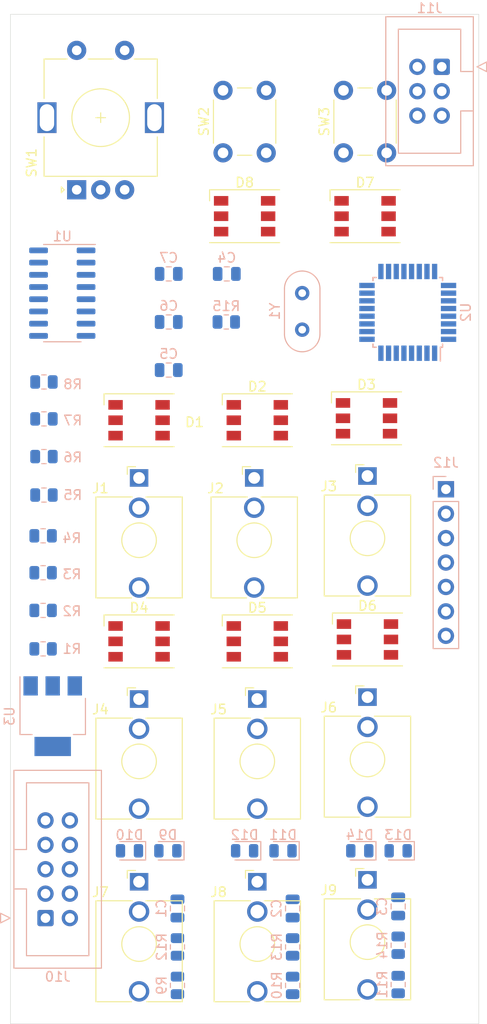
<source format=kicad_pcb>
(kicad_pcb (version 20211014) (generator pcbnew)
  (layers (0 "F.Cu" signal) (31 "B.Cu" signal) (34 "B.Paste" user) (35 "F.Paste" user) (36 "B.SilkS" user "B.Silkscreen") (37 "F.SilkS" user "F.Silkscreen") (38 "B.Mask" user) (39 "F.Mask" user) (44 "Edge.Cuts" user))
  (net 0 "")
  (net 1 "PIXELS")
  (net 2 "GND")
  (net 3 "ENC_1")
  (net 4 "ENC_2")
  (net 5 "SHIFT_CLKIN")
  (net 6 "SHIFT_LOAD")
  (net 7 "SHIFT_CLK")
  (net 8 "ENC_SW")
  (net 9 "5V")
  (net 10 "V{slash}OCT")
  (net 11 "CV1")
  (net 12 "CV2")
  (net 13 "Net-(D1-Pad1)")
  (net 16 "GATE1")
  (net 17 "GATE2")
  (net 18 "GATE3")
  (net 19 "GATE4")
  (net 20 "GATE5")
  (net 21 "GATE6")
  (net 22 "-12V")
  (net 23 "+12V")
  (net 24 "Next")
  (net 25 "Prev")
  (net 26 "NC")
  (net 27 "Net-(J2-PadT)")
  (net 28 "Net-(J3-PadT)")
  (net 29 "OPL_A0")
  (net 30 "MOSI")
  (net 31 "OPL_LATCH")
  (net 32 "OPL_SHIFT")
  (net 33 "OPL_RESET")
  (net 34 "MISO")
  (net 35 "Net-(J1-PadT)")
  (net 36 "Net-(C7-Pad1)")
  (net 39 "Net-(C5-Pad1)")
  (net 40 "Net-(C6-Pad1)")
  (net 47 "RESET")
  (net 48 "Net-(D2-Pad1)")
  (net 50 "Net-(D4-Pad2)")
  (net 52 "Net-(D4-Pad1)")
  (net 54 "Net-(D5-Pad1)")
  (net 56 "Net-(D6-Pad1)")
  (net 58 "Net-(D7-Pad1)")
  (footprint "Connector_Audio:Jack_3.5mm_QingPu_WQP-PJ398SM_Vertical_CircularHoles" (layer "F.Cu") (at 209 71.22)
    (fp_text reference "J2" (at -4.03 1.08 180) (layer "F.SilkS"))
    (fp_text value "AudioJack2")
    (pad "S" thru_hole rect (at 0 0 180) (size 1.93 1.83) (drill 1.22) (layers *.Cu *.Mask) (net 2 "GND"))
    (pad "T" thru_hole circle (at 0 11.4 180) (size 2.13 2.13) (drill 1.43) (layers *.Cu *.Mask) (net 27 "Net-(J2-PadT)"))
    (pad "TN" thru_hole circle (at 0 3.1 180) (size 2.13 2.13) (drill 1.42) (layers *.Cu *.Mask))
  )
  (footprint "Connector_Audio:Jack_3.5mm_QingPu_WQP-PJ398SM_Vertical_CircularHoles" (layer "F.Cu") (at 197 113.22)
    (fp_text reference "J7" (at -4.03 1.08 180) (layer "F.SilkS"))
    (fp_text value "AudioJack2")
    (pad "S" thru_hole rect (at 0 0 180) (size 1.93 1.83) (drill 1.22) (layers *.Cu *.Mask) (net 2 "GND"))
    (pad "T" thru_hole circle (at 0 11.4 180) (size 2.13 2.13) (drill 1.43) (layers *.Cu *.Mask) (net 19 "GATE4"))
    (pad "TN" thru_hole circle (at 0 3.1 180) (size 2.13 2.13) (drill 1.42) (layers *.Cu *.Mask))
  )
  (footprint "Connector_Audio:Jack_3.5mm_QingPu_WQP-PJ398SM_Vertical_CircularHoles" (layer "F.Cu") (at 209.32 94.22)
    (fp_text reference "J5" (at -4.03 1.08 180) (layer "F.SilkS"))
    (fp_text value "AudioJack2")
    (pad "S" thru_hole rect (at 0 0 180) (size 1.93 1.83) (drill 1.22) (layers *.Cu *.Mask) (net 2 "GND"))
    (pad "T" thru_hole circle (at 0 11.4 180) (size 2.13 2.13) (drill 1.43) (layers *.Cu *.Mask) (net 17 "GATE2"))
    (pad "TN" thru_hole circle (at 0 3.1 180) (size 2.13 2.13) (drill 1.42) (layers *.Cu *.Mask))
  )
  (footprint "LED_SMD:LED_WS2812_PLCC6_5.0x5.0mm_P1.6mm" (layer "F.Cu") (at 208 44)
    (fp_text reference "D8" (at 0 -3.5) (layer "F.SilkS"))
    (fp_text value "WS2812")
    (pad "1" smd rect (at -2.45 -1.6) (size 1.5 1) (layers "F.Cu" "F.Paste" "F.Mask"))
    (pad "2" smd rect (at -2.45 0) (size 1.5 1) (layers "F.Cu" "F.Paste" "F.Mask") (net 58 "Net-(D7-Pad1)"))
    (pad "3" smd rect (at -2.45 1.6) (size 1.5 1) (layers "F.Cu" "F.Paste" "F.Mask") (net 9 "5V"))
    (pad "4" smd rect (at 2.45 1.6) (size 1.5 1) (layers "F.Cu" "F.Paste" "F.Mask"))
    (pad "5" smd rect (at 2.45 0) (size 1.5 1) (layers "F.Cu" "F.Paste" "F.Mask") (net 9 "5V"))
    (pad "6" smd rect (at 2.45 -1.6) (size 1.5 1) (layers "F.Cu" "F.Paste" "F.Mask") (net 2 "GND"))
  )
  (footprint "Button_Switch_THT:SW_PUSH_6mm_H5mm" (layer "F.Cu") (at 218.3 37.41 90)
    (fp_text reference "SW3" (at 3.25 -2 90) (layer "F.SilkS"))
    (fp_text value "SW_Push")
    (pad "1" thru_hole circle (at 0 0 180) (size 2 2) (drill 1.1) (layers *.Cu *.Mask) (net 24 "Next"))
    (pad "1" thru_hole circle (at 6.5 0 180) (size 2 2) (drill 1.1) (layers *.Cu *.Mask) (net 24 "Next"))
    (pad "2" thru_hole circle (at 0 4.5 180) (size 2 2) (drill 1.1) (layers *.Cu *.Mask) (net 9 "5V"))
    (pad "2" thru_hole circle (at 6.5 4.5 180) (size 2 2) (drill 1.1) (layers *.Cu *.Mask) (net 9 "5V"))
  )
  (footprint "Connector_Audio:Jack_3.5mm_QingPu_WQP-PJ398SM_Vertical_CircularHoles" (layer "F.Cu") (at 220.8 71.02)
    (fp_text reference "J3" (at -4.03 1.08 180) (layer "F.SilkS"))
    (fp_text value "AudioJack2")
    (pad "S" thru_hole rect (at 0 0 180) (size 1.93 1.83) (drill 1.22) (layers *.Cu *.Mask) (net 2 "GND"))
    (pad "T" thru_hole circle (at 0 11.4 180) (size 2.13 2.13) (drill 1.43) (layers *.Cu *.Mask) (net 28 "Net-(J3-PadT)"))
    (pad "TN" thru_hole circle (at 0 3.1 180) (size 2.13 2.13) (drill 1.42) (layers *.Cu *.Mask))
  )
  (footprint "Rotary_Encoder:RotaryEncoder_Alps_EC11E-Switch_Vertical_H20mm" (layer "F.Cu") (at 190.5 41.25 90)
    (fp_text reference "SW1" (at 2.8 -4.7 90) (layer "F.SilkS"))
    (fp_text value "Encoder")
    (pad "A" thru_hole rect (at 0 0 90) (size 2 2) (drill 1) (layers *.Cu *.Mask) (net 3 "ENC_1"))
    (pad "B" thru_hole circle (at 0 5 90) (size 2 2) (drill 1) (layers *.Cu *.Mask) (net 4 "ENC_2"))
    (pad "C" thru_hole circle (at 0 2.5 90) (size 2 2) (drill 1) (layers *.Cu *.Mask) (net 2 "GND"))
    (pad "MP" thru_hole rect (at 7.5 8.1 90) (size 3.2 2) (drill oval 2.8 1.5) (layers *.Cu *.Mask))
    (pad "MP" thru_hole rect (at 7.5 -3.1 90) (size 3.2 2) (drill oval 2.8 1.5) (layers *.Cu *.Mask))
    (pad "S1" thru_hole circle (at 14.5 5 90) (size 2 2) (drill 1) (layers *.Cu *.Mask) (net 2 "GND"))
    (pad "S2" thru_hole circle (at 14.5 0 90) (size 2 2) (drill 1) (layers *.Cu *.Mask) (net 8 "ENC_SW"))
  )
  (footprint "LED_SMD:LED_WS2812_PLCC6_5.0x5.0mm_P1.6mm" (layer "F.Cu") (at 197 88.22)
    (fp_text reference "D4" (at 0 -3.5) (layer "F.SilkS"))
    (fp_text value "WS2812")
    (pad "1" smd rect (at -2.45 -1.6) (size 1.5 1) (layers "F.Cu" "F.Paste" "F.Mask") (net 52 "Net-(D4-Pad1)"))
    (pad "2" smd rect (at -2.45 0) (size 1.5 1) (layers "F.Cu" "F.Paste" "F.Mask") (net 50 "Net-(D4-Pad2)"))
    (pad "3" smd rect (at -2.45 1.6) (size 1.5 1) (layers "F.Cu" "F.Paste" "F.Mask") (net 9 "5V"))
    (pad "4" smd rect (at 2.45 1.6) (size 1.5 1) (layers "F.Cu" "F.Paste" "F.Mask"))
    (pad "5" smd rect (at 2.45 0) (size 1.5 1) (layers "F.Cu" "F.Paste" "F.Mask") (net 9 "5V"))
    (pad "6" smd rect (at 2.45 -1.6) (size 1.5 1) (layers "F.Cu" "F.Paste" "F.Mask") (net 2 "GND"))
  )
  (footprint "Connector_Audio:Jack_3.5mm_QingPu_WQP-PJ398SM_Vertical_CircularHoles" (layer "F.Cu") (at 209.32 113.22)
    (fp_text reference "J8" (at -4.03 1.08 180) (layer "F.SilkS"))
    (fp_text value "AudioJack2")
    (pad "S" thru_hole rect (at 0 0 180) (size 1.93 1.83) (drill 1.22) (layers *.Cu *.Mask) (net 2 "GND"))
    (pad "T" thru_hole circle (at 0 11.4 180) (size 2.13 2.13) (drill 1.43) (layers *.Cu *.Mask) (net 20 "GATE5"))
    (pad "TN" thru_hole circle (at 0 3.1 180) (size 2.13 2.13) (drill 1.42) (layers *.Cu *.Mask))
  )
  (footprint "LED_SMD:LED_WS2812_PLCC6_5.0x5.0mm_P1.6mm" (layer "F.Cu") (at 209.32 88.22)
    (fp_text reference "D5" (at 0 -3.5) (layer "F.SilkS"))
    (fp_text value "WS2812")
    (pad "1" smd rect (at -2.45 -1.6) (size 1.5 1) (layers "F.Cu" "F.Paste" "F.Mask") (net 54 "Net-(D5-Pad1)"))
    (pad "2" smd rect (at -2.45 0) (size 1.5 1) (layers "F.Cu" "F.Paste" "F.Mask") (net 52 "Net-(D4-Pad1)"))
    (pad "3" smd rect (at -2.45 1.6) (size 1.5 1) (layers "F.Cu" "F.Paste" "F.Mask") (net 9 "5V"))
    (pad "4" smd rect (at 2.45 1.6) (size 1.5 1) (layers "F.Cu" "F.Paste" "F.Mask"))
    (pad "5" smd rect (at 2.45 0) (size 1.5 1) (layers "F.Cu" "F.Paste" "F.Mask") (net 9 "5V"))
    (pad "6" smd rect (at 2.45 -1.6) (size 1.5 1) (layers "F.Cu" "F.Paste" "F.Mask") (net 2 "GND"))
  )
  (footprint "Connector_Audio:Jack_3.5mm_QingPu_WQP-PJ398SM_Vertical_CircularHoles" (layer "F.Cu") (at 197 94.22)
    (fp_text reference "J4" (at -4.03 1.08 180) (layer "F.SilkS"))
    (fp_text value "AudioJack2")
    (pad "S" thru_hole rect (at 0 0 180) (size 1.93 1.83) (drill 1.22) (layers *.Cu *.Mask) (net 2 "GND"))
    (pad "T" thru_hole circle (at 0 11.4 180) (size 2.13 2.13) (drill 1.43) (layers *.Cu *.Mask) (net 16 "GATE1"))
    (pad "TN" thru_hole circle (at 0 3.1 180) (size 2.13 2.13) (drill 1.42) (layers *.Cu *.Mask))
  )
  (footprint "LED_SMD:LED_WS2812_PLCC6_5.0x5.0mm_P1.6mm" (layer "F.Cu") (at 209.32 65.22)
    (fp_text reference "D2" (at 0 -3.5) (layer "F.SilkS"))
    (fp_text value "WS2812")
    (pad "1" smd rect (at -2.45 -1.6) (size 1.5 1) (layers "F.Cu" "F.Paste" "F.Mask") (net 48 "Net-(D2-Pad1)"))
    (pad "2" smd rect (at -2.45 0) (size 1.5 1) (layers "F.Cu" "F.Paste" "F.Mask") (net 13 "Net-(D1-Pad1)"))
    (pad "3" smd rect (at -2.45 1.6) (size 1.5 1) (layers "F.Cu" "F.Paste" "F.Mask") (net 9 "5V"))
    (pad "4" smd rect (at 2.45 1.6) (size 1.5 1) (layers "F.Cu" "F.Paste" "F.Mask"))
    (pad "5" smd rect (at 2.45 0) (size 1.5 1) (layers "F.Cu" "F.Paste" "F.Mask") (net 9 "5V"))
    (pad "6" smd rect (at 2.45 -1.6) (size 1.5 1) (layers "F.Cu" "F.Paste" "F.Mask") (net 2 "GND"))
  )
  (footprint "Connector_Audio:Jack_3.5mm_QingPu_WQP-PJ398SM_Vertical_CircularHoles" (layer "F.Cu") (at 220.8 113.02)
    (fp_text reference "J9" (at -4.03 1.08 180) (layer "F.SilkS"))
    (fp_text value "AudioJack2")
    (pad "S" thru_hole rect (at 0 0 180) (size 1.93 1.83) (drill 1.22) (layers *.Cu *.Mask) (net 2 "GND"))
    (pad "T" thru_hole circle (at 0 11.4 180) (size 2.13 2.13) (drill 1.43) (layers *.Cu *.Mask) (net 21 "GATE6"))
    (pad "TN" thru_hole circle (at 0 3.1 180) (size 2.13 2.13) (drill 1.42) (layers *.Cu *.Mask))
  )
  (footprint "LED_SMD:LED_WS2812_PLCC6_5.0x5.0mm_P1.6mm" (layer "F.Cu") (at 197 65.22)
    (fp_text reference "D1" (at 5.78 0.2) (layer "F.SilkS"))
    (fp_text value "WS2812")
    (pad "1" smd rect (at -2.45 -1.6) (size 1.5 1) (layers "F.Cu" "F.Paste" "F.Mask") (net 13 "Net-(D1-Pad1)"))
    (pad "2" smd rect (at -2.45 0) (size 1.5 1) (layers "F.Cu" "F.Paste" "F.Mask") (net 1 "PIXELS"))
    (pad "3" smd rect (at -2.45 1.6) (size 1.5 1) (layers "F.Cu" "F.Paste" "F.Mask") (net 9 "5V"))
    (pad "4" smd rect (at 2.45 1.6) (size 1.5 1) (layers "F.Cu" "F.Paste" "F.Mask"))
    (pad "5" smd rect (at 2.45 0) (size 1.5 1) (layers "F.Cu" "F.Paste" "F.Mask") (net 9 "5V"))
    (pad "6" smd rect (at 2.45 -1.6) (size 1.5 1) (layers "F.Cu" "F.Paste" "F.Mask") (net 2 "GND"))
  )
  (footprint "LED_SMD:LED_WS2812_PLCC6_5.0x5.0mm_P1.6mm" (layer "F.Cu") (at 220.55 44)
    (fp_text reference "D7" (at 0 -3.5) (layer "F.SilkS"))
    (fp_text value "WS2812")
    (pad "1" smd rect (at -2.45 -1.6) (size 1.5 1) (layers "F.Cu" "F.Paste" "F.Mask") (net 58 "Net-(D7-Pad1)"))
    (pad "2" smd rect (at -2.45 0) (size 1.5 1) (layers "F.Cu" "F.Paste" "F.Mask") (net 56 "Net-(D6-Pad1)"))
    (pad "3" smd rect (at -2.45 1.6) (size 1.5 1) (layers "F.Cu" "F.Paste" "F.Mask") (net 9 "5V"))
    (pad "4" smd rect (at 2.45 1.6) (size 1.5 1) (layers "F.Cu" "F.Paste" "F.Mask"))
    (pad "5" smd rect (at 2.45 0) (size 1.5 1) (layers "F.Cu" "F.Paste" "F.Mask") (net 9 "5V"))
    (pad "6" smd rect (at 2.45 -1.6) (size 1.5 1) (layers "F.Cu" "F.Paste" "F.Mask") (net 2 "GND"))
  )
  (footprint "LED_SMD:LED_WS2812_PLCC6_5.0x5.0mm_P1.6mm" (layer "F.Cu") (at 220.7 65.02)
    (fp_text reference "D3" (at 0 -3.5) (layer "F.SilkS"))
    (fp_text value "WS2812")
    (pad "1" smd rect (at -2.45 -1.6) (size 1.5 1) (layers "F.Cu" "F.Paste" "F.Mask") (net 50 "Net-(D4-Pad2)"))
    (pad "2" smd rect (at -2.45 0) (size 1.5 1) (layers "F.Cu" "F.Paste" "F.Mask") (net 48 "Net-(D2-Pad1)"))
    (pad "3" smd rect (at -2.45 1.6) (size 1.5 1) (layers "F.Cu" "F.Paste" "F.Mask") (net 9 "5V"))
    (pad "4" smd rect (at 2.45 1.6) (size 1.5 1) (layers "F.Cu" "F.Paste" "F.Mask"))
    (pad "5" smd rect (at 2.45 0) (size 1.5 1) (layers "F.Cu" "F.Paste" "F.Mask") (net 9 "5V"))
    (pad "6" smd rect (at 2.45 -1.6) (size 1.5 1) (layers "F.Cu" "F.Paste" "F.Mask") (net 2 "GND"))
  )
  (footprint "LED_SMD:LED_WS2812_PLCC6_5.0x5.0mm_P1.6mm" (layer "F.Cu") (at 220.8 88.02)
    (fp_text reference "D6" (at 0 -3.5) (layer "F.SilkS"))
    (fp_text value "WS2812")
    (pad "1" smd rect (at -2.45 -1.6) (size 1.5 1) (layers "F.Cu" "F.Paste" "F.Mask") (net 56 "Net-(D6-Pad1)"))
    (pad "2" smd rect (at -2.45 0) (size 1.5 1) (layers "F.Cu" "F.Paste" "F.Mask") (net 54 "Net-(D5-Pad1)"))
    (pad "3" smd rect (at -2.45 1.6) (size 1.5 1) (layers "F.Cu" "F.Paste" "F.Mask") (net 9 "5V"))
    (pad "4" smd rect (at 2.45 1.6) (size 1.5 1) (layers "F.Cu" "F.Paste" "F.Mask"))
    (pad "5" smd rect (at 2.45 0) (size 1.5 1) (layers "F.Cu" "F.Paste" "F.Mask") (net 9 "5V"))
    (pad "6" smd rect (at 2.45 -1.6) (size 1.5 1) (layers "F.Cu" "F.Paste" "F.Mask") (net 2 "GND"))
  )
  (footprint "Connector_Audio:Jack_3.5mm_QingPu_WQP-PJ398SM_Vertical_CircularHoles" (layer "F.Cu") (at 197 71.22)
    (fp_text reference "J1" (at -4.03 1.08 180) (layer "F.SilkS"))
    (fp_text value "AudioJack2")
    (pad "S" thru_hole rect (at 0 0 180) (size 1.93 1.83) (drill 1.22) (layers *.Cu *.Mask) (net 2 "GND"))
    (pad "T" thru_hole circle (at 0 11.4 180) (size 2.13 2.13) (drill 1.43) (layers *.Cu *.Mask) (net 35 "Net-(J1-PadT)"))
    (pad "TN" thru_hole circle (at 0 3.1 180) (size 2.13 2.13) (drill 1.42) (layers *.Cu *.Mask))
  )
  (footprint "Button_Switch_THT:SW_PUSH_6mm_H5mm" (layer "F.Cu") (at 205.75 37.41 90)
    (fp_text reference "SW2" (at 3.25 -2 90) (layer "F.SilkS"))
    (fp_text value "SW_Push")
    (pad "1" thru_hole circle (at 6.5 0 180) (size 2 2) (drill 1.1) (layers *.Cu *.Mask) (net 25 "Prev"))
    (pad "1" thru_hole circle (at 0 0 180) (size 2 2) (drill 1.1) (layers *.Cu *.Mask) (net 25 "Prev"))
    (pad "2" thru_hole circle (at 6.5 4.5 180) (size 2 2) (drill 1.1) (layers *.Cu *.Mask) (net 9 "5V"))
    (pad "2" thru_hole circle (at 0 4.5 180) (size 2 2) (drill 1.1) (layers *.Cu *.Mask) (net 9 "5V"))
  )
  (footprint "Connector_Audio:Jack_3.5mm_QingPu_WQP-PJ398SM_Vertical_CircularHoles" (layer "F.Cu") (at 220.8 94.02)
    (fp_text reference "J6" (at -4.03 1.08 180) (layer "F.SilkS"))
    (fp_text value "AudioJack2")
    (pad "S" thru_hole rect (at 0 0 180) (size 1.93 1.83) (drill 1.22) (layers *.Cu *.Mask) (net 2 "GND"))
    (pad "T" thru_hole circle (at 0 11.4 180) (size 2.13 2.13) (drill 1.43) (layers *.Cu *.Mask) (net 18 "GATE3"))
    (pad "TN" thru_hole circle (at 0 3.1 180) (size 2.13 2.13) (drill 1.42) (layers *.Cu *.Mask))
  )
  (footprint "Capacitor_SMD:C_0805_2012Metric" (layer "B.Cu") (at 200.0875 50 180)
    (fp_text reference "C7" (at 0 1.68) (layer "B.SilkS") (effects (justify mirror)))
    (fp_text value "100nF")
    (pad "1" smd roundrect (at -0.95 0 180) (size 1 1.45) (layers "B.Cu" "B.Paste" "B.Mask") (net 36 "Net-(C7-Pad1)"))
    (pad "2" smd roundrect (at 0.95 0 180) (size 1 1.45) (layers "B.Cu" "B.Paste" "B.Mask") (net 47 "RESET"))
  )
  (footprint "Diode_SMD:D_0805_2012Metric" (layer "B.Cu") (at 200 110 180)
    (fp_text reference "D9" (at 0 1.65) (layer "B.SilkS") (effects (justify mirror)))
    (fp_text value "BAT43")
    (pad "1" smd roundrect (at -0.9375 0 180) (size 0.975 1.4) (layers "B.Cu" "B.Paste" "B.Mask") (net 9 "5V"))
    (pad "2" smd roundrect (at 0.9375 0 180) (size 0.975 1.4) (layers "B.Cu" "B.Paste" "B.Mask") (net 10 "V{slash}OCT"))
  )
  (footprint "Resistor_SMD:R_0805_2012Metric" (layer "B.Cu") (at 224 123.9125 -90)
    (fp_text reference "R11" (at 0 1.65 90) (layer "B.SilkS") (effects (justify mirror)))
    (fp_text value "10k")
    (pad "1" smd roundrect (at -0.9125 0 270) (size 1.025 1.4) (layers "B.Cu" "B.Paste" "B.Mask") (roundrect_rratio 0.243902) (net 2 "GND"))
    (pad "2" smd roundrect (at 0.9125 0 270) (size 1.025 1.4) (layers "B.Cu" "B.Paste" "B.Mask") (roundrect_rratio 0.243902) (net 18 "GATE3"))
  )
  (footprint "Connector_IDC:IDC-Header_2x05_P2.54mm_Vertical" (layer "B.Cu") (at 187.2475 117)
    (fp_text reference "J10" (at 1.27 6.1 180) (layer "B.SilkS") (effects (justify mirror)))
    (fp_text value "Eurorack Power")
    (pad "1" thru_hole roundrect (at 0 0) (size 1.7 1.7) (drill 1) (layers *.Cu *.Mask) (roundrect_rratio 0.147059) (net 22 "-12V"))
    (pad "2" thru_hole circle (at 2.54 0) (size 1.7 1.7) (drill 1) (layers *.Cu *.Mask) (net 22 "-12V"))
    (pad "3" thru_hole circle (at 0 -2.54) (size 1.7 1.7) (drill 1) (layers *.Cu *.Mask) (net 2 "GND"))
    (pad "4" thru_hole circle (at 2.54 -2.54) (size 1.7 1.7) (drill 1) (layers *.Cu *.Mask) (net 2 "GND"))
    (pad "5" thru_hole circle (at 0 -5.08) (size 1.7 1.7) (drill 1) (layers *.Cu *.Mask) (net 2 "GND"))
    (pad "6" thru_hole circle (at 2.54 -5.08) (size 1.7 1.7) (drill 1) (layers *.Cu *.Mask) (net 2 "GND"))
    (pad "7" thru_hole circle (at 0 -7.62) (size 1.7 1.7) (drill 1) (layers *.Cu *.Mask) (net 2 "GND"))
    (pad "8" thru_hole circle (at 2.54 -7.62) (size 1.7 1.7) (drill 1) (layers *.Cu *.Mask) (net 2 "GND"))
    (pad "9" thru_hole circle (at 0 -10.16) (size 1.7 1.7) (drill 1) (layers *.Cu *.Mask) (net 23 "+12V"))
    (pad "10" thru_hole circle (at 2.54 -10.16) (size 1.7 1.7) (drill 1) (layers *.Cu *.Mask) (net 23 "+12V"))
  )
  (footprint "Resistor_SMD:R_0805_2012Metric" (layer "B.Cu") (at 187.0875 65.08 180)
    (fp_text reference "R7" (at -3 -0.16) (layer "B.SilkS") (effects (justify mirror)))
    (fp_text value "10k")
    (pad "1" smd roundrect (at -0.9125 0 180) (size 1.025 1.4) (layers "B.Cu" "B.Paste" "B.Mask") (roundrect_rratio 0.243902) (net 2 "GND"))
    (pad "2" smd roundrect (at 0.9125 0 180) (size 1.025 1.4) (layers "B.Cu" "B.Paste" "B.Mask") (roundrect_rratio 0.243902) (net 24 "Next"))
  )
  (footprint "Package_QFP:TQFP-32_7x7mm_P0.8mm" (layer "B.Cu") (at 225 54 90)
    (fp_text reference "U2" (at 0 6.05 90) (layer "B.SilkS") (effects (justify mirror)))
    (fp_text value "ATmega328PB-A")
    (pad "1" smd rect (at -4.25 2.8 90) (size 1.6 0.55) (layers "B.Cu" "B.Paste" "B.Mask") (net 4 "ENC_2"))
    (pad "2" smd rect (at -4.25 2 90) (size 1.6 0.55) (layers "B.Cu" "B.Paste" "B.Mask") (net 5 "SHIFT_CLKIN"))
    (pad "3" smd rect (at -4.25 1.2 90) (size 1.6 0.55) (layers "B.Cu" "B.Paste" "B.Mask"))
    (pad "4" smd rect (at -4.25 0.4 90) (size 1.6 0.55) (layers "B.Cu" "B.Paste" "B.Mask") (net 9 "5V"))
    (pad "5" smd rect (at -4.25 -0.4 90) (size 1.6 0.55) (layers "B.Cu" "B.Paste" "B.Mask") (net 2 "GND"))
    (pad "6" smd rect (at -4.25 -1.2 90) (size 1.6 0.55) (layers "B.Cu" "B.Paste" "B.Mask"))
    (pad "7" smd rect (at -4.25 -2 90) (size 1.6 0.55) (layers "B.Cu" "B.Paste" "B.Mask") (net 39 "Net-(C5-Pad1)"))
    (pad "8" smd rect (at -4.25 -2.8 90) (size 1.6 0.55) (layers "B.Cu" "B.Paste" "B.Mask") (net 40 "Net-(C6-Pad1)"))
    (pad "9" smd rect (at -2.8 -4.25) (size 1.6 0.55) (layers "B.Cu" "B.Paste" "B.Mask") (net 6 "SHIFT_LOAD"))
    (pad "10" smd rect (at -2 -4.25) (size 1.6 0.55) (layers "B.Cu" "B.Paste" "B.Mask") (net 7 "SHIFT_CLK"))
    (pad "11" smd rect (at -1.2 -4.25) (size 1.6 0.55) (layers "B.Cu" "B.Paste" "B.Mask") (net 8 "ENC_SW"))
    (pad "12" smd rect (at -0.4 -4.25) (size 1.6 0.55) (layers "B.Cu" "B.Paste" "B.Mask") (net 33 "OPL_RESET"))
    (pad "13" smd rect (at 0.4 -4.25) (size 1.6 0.55) (layers "B.Cu" "B.Paste" "B.Mask") (net 29 "OPL_A0"))
    (pad "14" smd rect (at 1.2 -4.25) (size 1.6 0.55) (layers "B.Cu" "B.Paste" "B.Mask") (net 31 "OPL_LATCH"))
    (pad "15" smd rect (at 2 -4.25) (size 1.6 0.55) (layers "B.Cu" "B.Paste" "B.Mask") (net 30 "MOSI"))
    (pad "16" smd rect (at 2.8 -4.25) (size 1.6 0.55) (layers "B.Cu" "B.Paste" "B.Mask") (net 34 "MISO"))
    (pad "17" smd rect (at 4.25 -2.8 90) (size 1.6 0.55) (layers "B.Cu" "B.Paste" "B.Mask") (net 32 "OPL_SHIFT"))
    (pad "18" smd rect (at 4.25 -2 90) (size 1.6 0.55) (layers "B.Cu" "B.Paste" "B.Mask") (net 9 "5V"))
    (pad "19" smd rect (at 4.25 -1.2 90) (size 1.6 0.55) (layers "B.Cu" "B.Paste" "B.Mask"))
    (pad "20" smd rect (at 4.25 -0.4 90) (size 1.6 0.55) (layers "B.Cu" "B.Paste" "B.Mask") (net 9 "5V"))
    (pad "21" smd rect (at 4.25 0.4 90) (size 1.6 0.55) (layers "B.Cu" "B.Paste" "B.Mask") (net 2 "GND"))
    (pad "22" smd rect (at 4.25 1.2 90) (size 1.6 0.55) (layers "B.Cu" "B.Paste" "B.Mask"))
    (pad "23" smd rect (at 4.25 2 90) (size 1.6 0.55) (layers "B.Cu" "B.Paste" "B.Mask") (net 10 "V{slash}OCT"))
    (pad "24" smd rect (at 4.25 2.8 90) (size 1.6 0.55) (layers "B.Cu" "B.Paste" "B.Mask") (net 11 "CV1"))
    (pad "25" smd rect (at 2.8 4.25) (size 1.6 0.55) (layers "B.Cu" "B.Paste" "B.Mask") (net 12 "CV2"))
    (pad "26" smd rect (at 2 4.25) (size 1.6 0.55) (layers "B.Cu" "B.Paste" "B.Mask"))
    (pad "27" smd rect (at 1.2 4.25) (size 1.6 0.55) (layers "B.Cu" "B.Paste" "B.Mask"))
    (pad "28" smd rect (at 0.4 4.25) (size 1.6 0.55) (layers "B.Cu" "B.Paste" "B.Mask"))
    (pad "29" smd rect (at -0.4 4.25) (size 1.6 0.55) (layers "B.Cu" "B.Paste" "B.Mask") (net 36 "Net-(C7-Pad1)"))
    (pad "30" smd rect (at -1.2 4.25) (size 1.6 0.55) (layers "B.Cu" "B.Paste" "B.Mask") (net 1 "PIXELS"))
    (pad "31" smd rect (at -2 4.25) (size 1.6 0.55) (layers "B.Cu" "B.Paste" "B.Mask"))
    (pad "32" smd rect (at -2.8 4.25) (size 1.6 0.55) (layers "B.Cu" "B.Paste" "B.Mask") (net 3 "ENC_1"))
  )
  (footprint "Resistor_SMD:R_0805_2012Metric" (layer "B.Cu") (at 187 85 180)
    (fp_text reference "R2" (at -3 -0.08) (layer "B.SilkS") (effects (justify mirror)))
    (fp_text value "100k")
    (pad "1" smd roundrect (at -0.9125 0 180) (size 1.025 1.4) (layers "B.Cu" "B.Paste" "B.Mask") (roundrect_rratio 0.243902) (net 27 "Net-(J2-PadT)"))
    (pad "2" smd roundrect (at 0.9125 0 180) (size 1.025 1.4) (layers "B.Cu" "B.Paste" "B.Mask") (roundrect_rratio 0.243902) (net 2 "GND"))
  )
  (footprint "Resistor_SMD:R_0805_2012Metric" (layer "B.Cu") (at 187.0875 69 180)
    (fp_text reference "R6" (at -3 -0.08) (layer "B.SilkS") (effects (justify mirror)))
    (fp_text value "100")
    (pad "1" smd roundrect (at -0.9125 0 180) (size 1.025 1.4) (layers "B.Cu" "B.Paste" "B.Mask") (roundrect_rratio 0.243902) (net 28 "Net-(J3-PadT)"))
    (pad "2" smd roundrect (at 0.9125 0 180) (size 1.025 1.4) (layers "B.Cu" "B.Paste" "B.Mask") (roundrect_rratio 0.243902) (net 12 "CV2"))
  )
  (footprint "Package_SO:SOIC-16_3.9x9.9mm_P1.27mm" (layer "B.Cu") (at 189 52 180)
    (fp_text reference "U1" (at 0 5.9) (layer "B.SilkS") (effects (justify mirror)))
    (fp_text value "74HC165")
    (pad "1" smd roundrect (at -2.475 4.445 180) (size 1.95 0.6) (layers "B.Cu" "B.Paste" "B.Mask") (net 6 "SHIFT_LOAD"))
    (pad "2" smd roundrect (at -2.475 3.175 180) (size 1.95 0.6) (layers "B.Cu" "B.Paste" "B.Mask") (net 7 "SHIFT_CLK"))
    (pad "3" smd roundrect (at -2.475 1.905 180) (size 1.95 0.6) (layers "B.Cu" "B.Paste" "B.Mask") (net 17 "GATE2"))
    (pad "4" smd roundrect (at -2.475 0.635 180) (size 1.95 0.6) (layers "B.Cu" "B.Paste" "B.Mask") (net 16 "GATE1"))
    (pad "5" smd roundrect (at -2.475 -0.635 180) (size 1.95 0.6) (layers "B.Cu" "B.Paste" "B.Mask") (net 25 "Prev"))
    (pad "6" smd roundrect (at -2.475 -1.905 180) (size 1.95 0.6) (layers "B.Cu" "B.Paste" "B.Mask") (net 24 "Next"))
    (pad "7" smd roundrect (at -2.475 -3.175 180) (size 1.95 0.6) (layers "B.Cu" "B.Paste" "B.Mask") (net 34 "MISO"))
    (pad "8" smd roundrect (at -2.475 -4.445 180) (size 1.95 0.6) (layers "B.Cu" "B.Paste" "B.Mask") (net 2 "GND"))
    (pad "9" smd roundrect (at 2.475 -4.445 180) (size 1.95 0.6) (layers "B.Cu" "B.Paste" "B.Mask") (net 26 "NC"))
    (pad "10" smd roundrect (at 2.475 -3.175 180) (size 1.95 0.6) (layers "B.Cu" "B.Paste" "B.Mask") (net 26 "NC"))
    (pad "11" smd roundrect (at 2.475 -1.905 180) (size 1.95 0.6) (layers "B.Cu" "B.Paste" "B.Mask") (net 21 "GATE6"))
    (pad "12" smd roundrect (at 2.475 -0.635 180) (size 1.95 0.6) (layers "B.Cu" "B.Paste" "B.Mask") (net 20 "GATE5"))
    (pad "13" smd roundrect (at 2.475 0.635 180) (size 1.95 0.6) (layers "B.Cu" "B.Paste" "B.Mask") (net 19 "GATE4"))
    (pad "14" smd roundrect (at 2.475 1.905 180) (size 1.95 0.6) (layers "B.Cu" "B.Paste" "B.Mask") (net 18 "GATE3"))
    (pad "15" smd roundrect (at 2.475 3.175 180) (size 1.95 0.6) (layers "B.Cu" "B.Paste" "B.Mask") (net 5 "SHIFT_CLKIN"))
    (pad "16" smd roundrect (at 2.475 4.445 180) (size 1.95 0.6) (layers "B.Cu" "B.Paste" "B.Mask") (net 9 "5V"))
  )
  (footprint "Diode_SMD:D_0805_2012Metric" (layer "B.Cu") (at 220 110 180)
    (fp_text reference "D14" (at 0 1.65) (layer "B.SilkS") (effects (justify mirror)))
    (fp_text value "BAT43")
    (pad "1" smd roundrect (at -0.9375 0 180) (size 0.975 1.4) (layers "B.Cu" "B.Paste" "B.Mask") (net 12 "CV2"))
    (pad "2" smd roundrect (at 0.9375 0 180) (size 0.975 1.4) (layers "B.Cu" "B.Paste" "B.Mask") (net 2 "GND"))
  )
  (footprint "Resistor_SMD:R_0805_2012Metric" (layer "B.Cu") (at 213 124 -90)
    (fp_text reference "R10" (at 0 1.65 90) (layer "B.SilkS") (effects (justify mirror)))
    (fp_text value "10k")
    (pad "1" smd roundrect (at -0.9125 0 270) (size 1.025 1.4) (layers "B.Cu" "B.Paste" "B.Mask") (roundrect_rratio 0.243902) (net 2 "GND"))
    (pad "2" smd roundrect (at 0.9125 0 270) (size 1.025 1.4) (layers "B.Cu" "B.Paste" "B.Mask") (roundrect_rratio 0.243902) (net 17 "GATE2"))
  )
  (footprint "Diode_SMD:D_0805_2012Metric" (layer "B.Cu") (at 208 110 180)
    (fp_text reference "D12" (at 0 1.65) (layer "B.SilkS") (effects (justify mirror)))
    (fp_text value "BAT43")
    (pad "1" smd roundrect (at -0.9375 0 180) (size 0.975 1.4) (layers "B.Cu" "B.Paste" "B.Mask") (net 11 "CV1"))
    (pad "2" smd roundrect (at 0.9375 0 180) (size 0.975 1.4) (layers "B.Cu" "B.Paste" "B.Mask") (net 2 "GND"))
  )
  (footprint "Package_TO_SOT_SMD:SOT-223-3_TabPin2" (layer "B.Cu") (at 188 96 -90)
    (fp_text reference "U3" (at 0 4.5 90) (layer "B.SilkS") (effects (justify mirror)))
    (fp_text value "LM7805_TO220")
    (pad "1" smd rect (at -3.15 2.3 270) (size 2 1.5) (layers "B.Cu" "B.Paste" "B.Mask") (net 23 "+12V"))
    (pad "2" smd rect (at -3.15 0 270) (size 2 1.5) (layers "B.Cu" "B.Paste" "B.Mask") (net 2 "GND"))
    (pad "2" smd rect (at 3.15 0 270) (size 2 3.8) (layers "B.Cu" "B.Paste" "B.Mask") (net 2 "GND"))
    (pad "3" smd rect (at -3.15 -2.3 270) (size 2 1.5) (layers "B.Cu" "B.Paste" "B.Mask") (net 9 "5V"))
  )
  (footprint "Resistor_SMD:R_0805_2012Metric" (layer "B.Cu") (at 213 120 -90)
    (fp_text reference "R13" (at 0 1.65 90) (layer "B.SilkS") (effects (justify mirror)))
    (fp_text value "10k")
    (pad "1" smd roundrect (at -0.9125 0 270) (size 1.025 1.4) (layers "B.Cu" "B.Paste" "B.Mask") (roundrect_rratio 0.243902) (net 2 "GND"))
    (pad "2" smd roundrect (at 0.9125 0 270) (size 1.025 1.4) (layers "B.Cu" "B.Paste" "B.Mask") (roundrect_rratio 0.243902) (net 20 "GATE5"))
  )
  (footprint "Capacitor_SMD:C_0805_2012Metric" (layer "B.Cu") (at 224 115.7875 -90)
    (fp_text reference "C3" (at 0 1.68 90) (layer "B.SilkS") (effects (justify mirror)))
    (fp_text value "68nF")
    (pad "1" smd roundrect (at -0.95 0 270) (size 1 1.45) (layers "B.Cu" "B.Paste" "B.Mask") (net 12 "CV2"))
    (pad "2" smd roundrect (at 0.95 0 270) (size 1 1.45) (layers "B.Cu" "B.Paste" "B.Mask") (net 2 "GND"))
  )
  (footprint "Resistor_SMD:R_0805_2012Metric" (layer "B.Cu") (at 187 81.08 180)
    (fp_text reference "R3" (at -3 -0.16) (layer "B.SilkS") (effects (justify mirror)))
    (fp_text value "100k")
    (pad "1" smd roundrect (at -0.9125 0 180) (size 1.025 1.4) (layers "B.Cu" "B.Paste" "B.Mask") (roundrect_rratio 0.243902) (net 28 "Net-(J3-PadT)"))
    (pad "2" smd roundrect (at 0.9125 0 180) (size 1.025 1.4) (layers "B.Cu" "B.Paste" "B.Mask") (roundrect_rratio 0.243902) (net 2 "GND"))
  )
  (footprint "Resistor_SMD:R_0805_2012Metric" (layer "B.Cu") (at 187 77.24 180)
    (fp_text reference "R4" (at -3 -0.24) (layer "B.SilkS") (effects (justify mirror)))
    (fp_text value "100")
    (pad "1" smd roundrect (at -0.9125 0 180) (size 1.025 1.4) (layers "B.Cu" "B.Paste" "B.Mask") (roundrect_rratio 0.243902) (net 35 "Net-(J1-PadT)"))
    (pad "2" smd roundrect (at 0.9125 0 180) (size 1.025 1.4) (layers "B.Cu" "B.Paste" "B.Mask") (roundrect_rratio 0.243902) (net 10 "V{slash}OCT"))
  )
  (footprint "Diode_SMD:D_0805_2012Metric" (layer "B.Cu") (at 224 110 180)
    (fp_text reference "D13" (at 0 1.65) (layer "B.SilkS") (effects (justify mirror)))
    (fp_text value "BAT43")
    (pad "1" smd roundrect (at -0.9375 0 180) (size 0.975 1.4) (layers "B.Cu" "B.Paste" "B.Mask") (net 9 "5V"))
    (pad "2" smd roundrect (at 0.9375 0 180) (size 0.975 1.4) (layers "B.Cu" "B.Paste" "B.Mask") (net 12 "CV2"))
  )
  (footprint "Capacitor_SMD:C_0805_2012Metric" (layer "B.Cu") (at 206.1375 50 180)
    (fp_text reference "C4" (at 0 1.68) (layer "B.SilkS") (effects (justify mirror)))
    (fp_text value "100nF")
    (pad "1" smd roundrect (at -0.95 0 180) (size 1 1.45) (layers "B.Cu" "B.Paste" "B.Mask") (net 9 "5V"))
    (pad "2" smd roundrect (at 0.95 0 180) (size 1 1.45) (layers "B.Cu" "B.Paste" "B.Mask") (net 2 "GND"))
  )
  (footprint "Diode_SMD:D_0805_2012Metric" (layer "B.Cu") (at 196 110 180)
    (fp_text reference "D10" (at 0 1.65) (layer "B.SilkS") (effects (justify mirror)))
    (fp_text value "BAT43")
    (pad "1" smd roundrect (at -0.9375 0 180) (size 0.975 1.4) (layers "B.Cu" "B.Paste" "B.Mask") (net 10 "V{slash}OCT"))
    (pad "2" smd roundrect (at 0.9375 0 180) (size 0.975 1.4) (layers "B.Cu" "B.Paste" "B.Mask") (net 2 "GND"))
  )
  (footprint "Crystal:Crystal_HC52-6mm_Vertical" (layer "B.Cu") (at 214 52 -90)
    (fp_text reference "Y1" (at 1.9 2.85 90) (layer "B.SilkS") (effects (justify mirror)))
    (fp_text value "16Mhz")
    (pad "1" thru_hole circle (at 0 0 270) (size 1.5 1.5) (drill 0.8) (layers *.Cu *.Mask) (net 40 "Net-(C6-Pad1)"))
    (pad "2" thru_hole circle (at 3.8 0 270) (size 1.5 1.5) (drill 0.8) (layers *.Cu *.Mask) (net 39 "Net-(C5-Pad1)"))
  )
  (footprint "Capacitor_SMD:C_0805_2012Metric" (layer "B.Cu") (at 213 116 -90)
    (fp_text reference "C2" (at 0 1.68 90) (layer "B.SilkS") (effects (justify mirror)))
    (fp_text value "68nF")
    (pad "1" smd roundrect (at -0.95 0 270) (size 1 1.45) (layers "B.Cu" "B.Paste" "B.Mask") (net 11 "CV1"))
    (pad "2" smd roundrect (at 0.95 0 270) (size 1 1.45) (layers "B.Cu" "B.Paste" "B.Mask") (net 2 "GND"))
  )
  (footprint "Resistor_SMD:R_0805_2012Metric" (layer "B.Cu") (at 224 119.825 -90)
    (fp_text reference "R14" (at 0 1.65 90) (layer "B.SilkS") (effects (justify mirror)))
    (fp_text value "10k")
    (pad "1" smd roundrect (at -0.9125 0 270) (size 1.025 1.4) (layers "B.Cu" "B.Paste" "B.Mask") (roundrect_rratio 0.243902) (net 2 "GND"))
    (pad "2" smd roundrect (at 0.9125 0 270) (size 1.025 1.4) (layers "B.Cu" "B.Paste" "B.Mask") (roundrect_rratio 0.243902) (net 21 "GATE6"))
  )
  (footprint "Capacitor_SMD:C_0805_2012Metric" (layer "B.Cu") (at 200.0875 55 180)
    (fp_text reference "C6" (at 0 1.68) (layer "B.SilkS") (effects (justify mirror)))
    (fp_text value "22pF")
    (pad "1" smd roundrect (at -0.95 0 180) (size 1 1.45) (layers "B.Cu" "B.Paste" "B.Mask") (net 40 "Net-(C6-Pad1)"))
    (pad "2" smd roundrect (at 0.95 0 180) (size 1 1.45) (layers "B.Cu" "B.Paste" "B.Mask") (net 2 "GND"))
  )
  (footprint "Capacitor_SMD:C_0805_2012Metric" (layer "B.Cu") (at 200.0875 60 180)
    (fp_text reference "C5" (at 0 1.68) (layer "B.SilkS") (effects (justify mirror)))
    (fp_text value "22pF")
    (pad "1" smd roundrect (at -0.95 0 180) (size 1 1.45) (layers "B.Cu" "B.Paste" "B.Mask") (net 39 "Net-(C5-Pad1)"))
    (pad "2" smd roundrect (at 0.95 0 180) (size 1 1.45) (layers "B.Cu" "B.Paste" "B.Mask") (net 2 "GND"))
  )
  (footprint "Connector_PinSocket_2.54mm:PinSocket_1x07_P2.54mm_Vertical" (layer "B.Cu") (at 228.975 72.4 180)
    (fp_text reference "J12" (at 0 2.77) (layer "B.SilkS") (effects (justify mirror)))
    (fp_text value "OPL")
    (pad "1" thru_hole rect (at 0 0 180) (size 1.7 1.7) (drill 1) (layers *.Cu *.Mask) (net 9 "5V"))
    (pad "2" thru_hole oval (at 0 -2.54 180) (size 1.7 1.7) (drill 1) (layers *.Cu *.Mask) (net 2 "GND"))
    (pad "3" thru_hole oval (at 0 -5.08 180) (size 1.7 1.7) (drill 1) (layers *.Cu *.Mask) (net 29 "OPL_A0"))
    (pad "4" thru_hole oval (at 0 -7.62 180) (size 1.7 1.7) (drill 1) (layers *.Cu *.Mask) (net 30 "MOSI"))
    (pad "5" thru_hole oval (at 0 -10.16 180) (size 1.7 1.7) (drill 1) (layers *.Cu *.Mask) (net 31 "OPL_LATCH"))
    (pad "6" thru_hole oval (at 0 -12.7 180) (size 1.7 1.7) (drill 1) (layers *.Cu *.Mask) (net 32 "OPL_SHIFT"))
    (pad "7" thru_hole oval (at 0 -15.24 180) (size 1.7 1.7) (drill 1) (layers *.Cu *.Mask) (net 33 "OPL_RESET"))
  )
  (footprint "Resistor_SMD:R_0805_2012Metric" (layer "B.Cu") (at 187.0875 73 180)
    (fp_text reference "R5" (at -3 0) (layer "B.SilkS") (effects (justify mirror)))
    (fp_text value "100")
    (pad "1" smd roundrect (at -0.9125 0 180) (size 1.025 1.4) (layers "B.Cu" "B.Paste" "B.Mask") (roundrect_rratio 0.243902) (net 27 "Net-(J2-PadT)"))
    (pad "2" smd roundrect (at 0.9125 0 180) (size 1.025 1.4) (layers "B.Cu" "B.Paste" "B.Mask") (roundrect_rratio 0.243902) (net 11 "CV1"))
  )
  (footprint "Diode_SMD:D_0805_2012Metric" (layer "B.Cu") (at 212 110 180)
    (fp_text reference "D11" (at 0 1.65) (layer "B.SilkS") (effects (justify mirror)))
    (fp_text value "BAT43")
    (pad "1" smd roundrect (at -0.9375 0 180) (size 0.975 1.4) (layers "B.Cu" "B.Paste" "B.Mask") (net 9 "5V"))
    (pad "2" smd roundrect (at 0.9375 0 180) (size 0.975 1.4) (layers "B.Cu" "B.Paste" "B.Mask") (net 11 "CV1"))
  )
  (footprint "Resistor_SMD:R_0805_2012Metric" (layer "B.Cu") (at 201 124 -90)
    (fp_text reference "R9" (at 0 1.65 90) (layer "B.SilkS") (effects (justify mirror)))
    (fp_text value "10k")
    (pad "1" smd roundrect (at -0.9125 0 270) (size 1.025 1.4) (layers "B.Cu" "B.Paste" "B.Mask") (roundrect_rratio 0.243902) (net 2 "GND"))
    (pad "2" smd roundrect (at 0.9125 0 270) (size 1.025 1.4) (layers "B.Cu" "B.Paste" "B.Mask") (roundrect_rratio 0.243902) (net 16 "GATE1"))
  )
  (footprint "Resistor_SMD:R_0805_2012Metric" (layer "B.Cu") (at 201 120 -90)
    (fp_text reference "R12" (at 0 1.65 90) (layer "B.SilkS") (effects (justify mirror)))
    (fp_text value "10k")
    (pad "1" smd roundrect (at -0.9125 0 270) (size 1.025 1.4) (layers "B.Cu" "B.Paste" "B.Mask") (roundrect_rratio 0.243902) (net 2 "GND"))
    (pad "2" smd roundrect (at 0.9125 0 270) (size 1.025 1.4) (layers "B.Cu" "B.Paste" "B.Mask") (roundrect_rratio 0.243902) (net 19 "GATE4"))
  )
  (footprint "Resistor_SMD:R_0805_2012Metric" (layer "B.Cu") (at 187.0875 61.24 180)
    (fp_text reference "R8" (at -3 -0.24) (layer "B.SilkS") (effects (justify mirror)))
    (fp_text value "10k")
    (pad "1" smd roundrect (at -0.9125 0 180) (size 1.025 1.4) (layers "B.Cu" "B.Paste" "B.Mask") (roundrect_rratio 0.243902) (net 2 "GND"))
    (pad "2" smd roundrect (at 0.9125 0 180) (size 1.025 1.4) (layers "B.Cu" "B.Paste" "B.Mask") (roundrect_rratio 0.243902) (net 25 "Prev"))
  )
  (footprint "Capacitor_SMD:C_0805_2012Metric" (layer "B.Cu") (at 201 116 -90)
    (fp_text reference "C1" (at 0 1.68 90) (layer "B.SilkS") (effects (justify mirror)))
    (fp_text value "68nF")
    (pad "1" smd roundrect (at -0.95 0 270) (size 1 1.45) (layers "B.Cu" "B.Paste" "B.Mask") (net 10 "V{slash}OCT"))
    (pad "2" smd roundrect (at 0.95 0 270) (size 1 1.45) (layers "B.Cu" "B.Paste" "B.Mask") (net 2 "GND"))
  )
  (footprint "Resistor_SMD:R_0805_2012Metric" (layer "B.Cu") (at 206.0875 55 180)
    (fp_text reference "R15" (at 0 1.65) (layer "B.SilkS") (effects (justify mirror)))
    (fp_text value "10k")
    (pad "1" smd roundrect (at -0.9125 0 180) (size 1.025 1.4) (layers "B.Cu" "B.Paste" "B.Mask") (roundrect_rratio 0.243902) (net 36 "Net-(C7-Pad1)"))
    (pad "2" smd roundrect (at 0.9125 0 180) (size 1.025 1.4) (layers "B.Cu" "B.Paste" "B.Mask") (roundrect_rratio 0.243902) (net 9 "5V"))
  )
  (footprint "Resistor_SMD:R_0805_2012Metric" (layer "B.Cu") (at 187 89 180)
    (fp_text reference "R1" (at -3 0) (layer "B.SilkS") (effects (justify mirror)))
    (fp_text value "100k")
    (pad "1" smd roundrect (at -0.9125 0 180) (size 1.025 1.4) (layers "B.Cu" "B.Paste" "B.Mask") (roundrect_rratio 0.243902) (net 35 "Net-(J1-PadT)"))
    (pad "2" smd roundrect (at 0.9125 0 180) (size 1.025 1.4) (layers "B.Cu" "B.Paste" "B.Mask") (roundrect_rratio 0.243902) (net 2 "GND"))
  )
  (footprint "Connector_IDC:IDC-Header_2x03_P2.54mm_Vertical" (layer "B.Cu") (at 228.54 28.46 180)
    (fp_text reference "J11" (at 1.27 6.1) (layer "B.SilkS") (effects (justify mirror)))
    (fp_text value "ICSP")
    (pad "1" thru_hole roundrect (at 0 0 180) (size 1.7 1.7) (drill 1) (layers *.Cu *.Mask) (roundrect_rratio 0.147059) (net 34 "MISO"))
    (pad "2" thru_hole circle (at 2.54 0 180) (size 1.7 1.7) (drill 1) (layers *.Cu *.Mask) (net 9 "5V"))
    (pad "3" thru_hole circle (at 0 -2.54 180) (size 1.7 1.7) (drill 1) (layers *.Cu *.Mask) (net 32 "OPL_SHIFT"))
    (pad "4" thru_hole circle (at 2.54 -2.54 180) (size 1.7 1.7) (drill 1) (layers *.Cu *.Mask) (net 30 "MOSI"))
    (pad "5" thru_hole circle (at 0 -5.08 180) (size 1.7 1.7) (drill 1) (layers *.Cu *.Mask) (net 47 "RESET"))
    (pad "6" thru_hole circle (at 2.54 -5.08 180) (size 1.7 1.7) (drill 1) (layers *.Cu *.Mask) (net 2 "GND"))
  )
  (gr_line (start 183.6 128) (end 232.4 128) (layer "Edge.Cuts") (width 0.05))
  (gr_line (start 232.4 23) (end 183.6 23) (layer "Edge.Cuts") (width 0.05))
  (gr_line (start 183.6 23) (end 183.6 128) (layer "Edge.Cuts") (width 0.05))
  (gr_line (start 232.4 128) (end 232.4 23) (layer "Edge.Cuts") (width 0.05))
)
</source>
